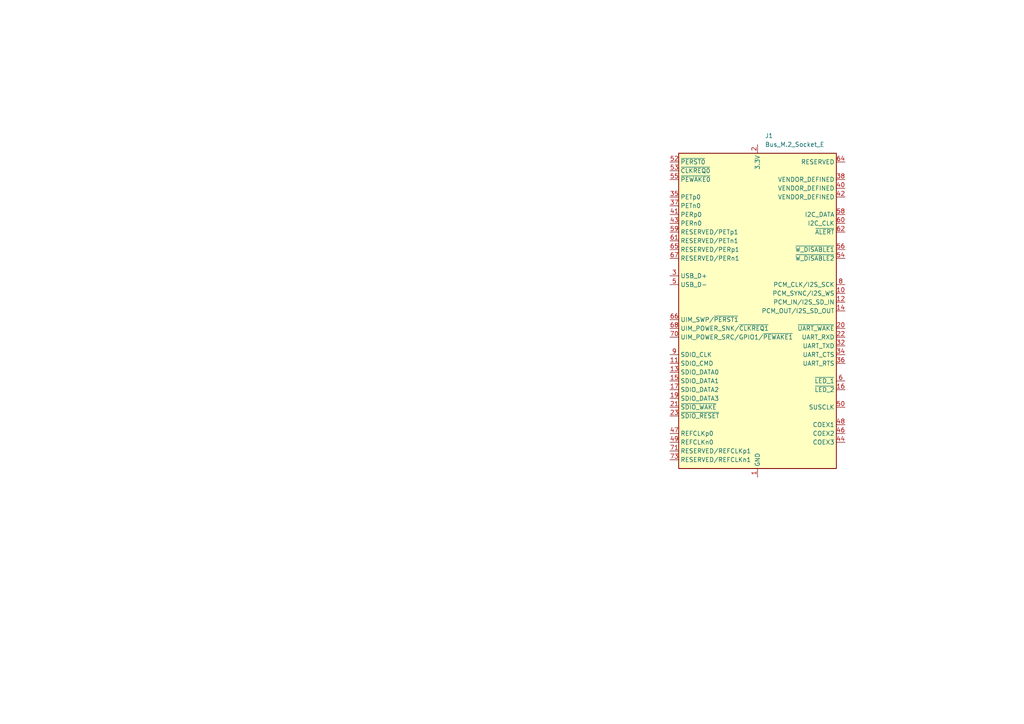
<source format=kicad_sch>
(kicad_sch (version 20250114) (generator "eeschema") (generator_version "9.0")
  (paper "A4")
  (lib_symbols
    (symbol "Connector:Bus_M.2_Socket_E"
      (property "Reference" "J" (at -22.86 46.99 0))
      (property "Value" "Bus_M.2_Socket_E" (at 16.51 46.99 0))
      (symbol "Bus_M.2_Socket_E_0_1"
        (rectangle (start -22.86 45.72) (end 22.86 -45.72) (stroke (width 0.254)) (fill (type background)))
      )
      (symbol "Bus_M.2_Socket_E_1_1"
        (pin output line (at -25.4 43.18 0) (length 2.54) (name "~{PERST0}") (number "52"))
        (pin bidirectional line (at -25.4 40.64 0) (length 2.54) (name "~{CLKREQ0}") (number "53"))
        (pin bidirectional line (at -25.4 38.1 0) (length 2.54) (name "~{PEWAKE0}") (number "55"))
        (pin output line (at -25.4 33.02 0) (length 2.54) (name "PETp0") (number "35"))
        (pin output line (at -25.4 30.48 0) (length 2.54) (name "PETn0") (number "37"))
        (pin input line (at -25.4 27.94 0) (length 2.54) (name "PERp0") (number "41"))
        (pin input line (at -25.4 25.4 0) (length 2.54) (name "PERn0") (number "43"))
        (pin output line (at -25.4 22.86 0) (length 2.54) (name "RESERVED/PETp1") (number "59"))
        (pin output line (at -25.4 20.32 0) (length 2.54) (name "RESERVED/PETn1") (number "61"))
        (pin input line (at -25.4 17.78 0) (length 2.54) (name "RESERVED/PERp1") (number "65"))
        (pin input line (at -25.4 15.24 0) (length 2.54) (name "RESERVED/PERn1") (number "67"))
        (pin bidirectional line (at -25.4 10.16 0) (length 2.54) (name "USB_D+") (number "3"))
        (pin bidirectional line (at -25.4 7.62 0) (length 2.54) (name "USB_D-") (number "5"))
        (pin output line (at -25.4 -2.54 0) (length 2.54) (name "UIM_SWP/~{PERST1}") (number "66"))
        (pin bidirectional line (at -25.4 -5.08 0) (length 2.54) (name "UIM_POWER_SNK/~{CLKREQ1}") (number "68"))
        (pin bidirectional line (at -25.4 -7.62 0) (length 2.54) (name "UIM_POWER_SRC/GPIO1/~{PEWAKE1}") (number "70"))
        (pin output line (at -25.4 -12.7 0) (length 2.54) (name "SDIO_CLK") (number "9"))
        (pin bidirectional line (at -25.4 -15.24 0) (length 2.54) (name "SDIO_CMD") (number "11"))
        (pin bidirectional line (at -25.4 -17.78 0) (length 2.54) (name "SDIO_DATA0") (number "13"))
        (pin bidirectional line (at -25.4 -20.32 0) (length 2.54) (name "SDIO_DATA1") (number "15"))
        (pin bidirectional line (at -25.4 -22.86 0) (length 2.54) (name "SDIO_DATA2") (number "17"))
        (pin bidirectional line (at -25.4 -25.4 0) (length 2.54) (name "SDIO_DATA3") (number "19"))
        (pin input line (at -25.4 -27.94 0) (length 2.54) (name "~{SDIO_WAKE}") (number "21"))
        (pin output line (at -25.4 -30.48 0) (length 2.54) (name "~{SDIO_RESET}") (number "23"))
        (pin output line (at -25.4 -35.56 0) (length 2.54) (name "REFCLKp0") (number "47"))
        (pin output line (at -25.4 -38.1 0) (length 2.54) (name "REFCLKn0") (number "49"))
        (pin output line (at -25.4 -40.64 0) (length 2.54) (name "RESERVED/REFCLKp1") (number "71"))
        (pin output line (at -25.4 -43.18 0) (length 2.54) (name "RESERVED/REFCLKn1") (number "73"))
        (pin power_in line (at 0 48.26 270) (length 2.54) (name "3.3V") (number "2"))
        (pin passive line (at 0 48.26 270) (length 2.54) (hide yes) (name "3.3V") (number "4"))
        (pin passive line (at 0 48.26 270) (length 2.54) (hide yes) (name "3.3V") (number "72"))
        (pin passive line (at 0 48.26 270) (length 2.54) (hide yes) (name "3.3V") (number "74"))
        (pin power_in line (at 0 -48.26 90) (length 2.54) (name "GND") (number "1"))
        (pin passive line (at 0 -48.26 90) (length 2.54) (hide yes) (name "GND") (number "18"))
        (pin passive line (at 0 -48.26 90) (length 2.54) (hide yes) (name "GND") (number "33"))
        (pin passive line (at 0 -48.26 90) (length 2.54) (hide yes) (name "GND") (number "39"))
        (pin passive line (at 0 -48.26 90) (length 2.54) (hide yes) (name "GND") (number "45"))
        (pin passive line (at 0 -48.26 90) (length 2.54) (hide yes) (name "GND") (number "51"))
        (pin passive line (at 0 -48.26 90) (length 2.54) (hide yes) (name "GND") (number "57"))
        (pin passive line (at 0 -48.26 90) (length 2.54) (hide yes) (name "GND") (number "63"))
        (pin passive line (at 0 -48.26 90) (length 2.54) (hide yes) (name "GND") (number "69"))
        (pin passive line (at 0 -48.26 90) (length 2.54) (hide yes) (name "GND") (number "7"))
        (pin passive line (at 0 -48.26 90) (length 2.54) (hide yes) (name "GND") (number "75"))
        (pin passive line (at 25.4 43.18 180) (length 2.54) (name "RESERVED") (number "64"))
        (pin passive line (at 25.4 38.1 180) (length 2.54) (name "VENDOR_DEFINED") (number "38"))
        (pin passive line (at 25.4 35.56 180) (length 2.54) (name "VENDOR_DEFINED") (number "40"))
        (pin passive line (at 25.4 33.02 180) (length 2.54) (name "VENDOR_DEFINED") (number "42"))
        (pin bidirectional line (at 25.4 27.94 180) (length 2.54) (name "I2C_DATA") (number "58"))
        (pin output line (at 25.4 25.4 180) (length 2.54) (name "I2C_CLK") (number "60"))
        (pin input line (at 25.4 22.86 180) (length 2.54) (name "~{ALERT}") (number "62"))
        (pin output line (at 25.4 17.78 180) (length 2.54) (name "~{W_DISABLE1}") (number "56"))
        (pin output line (at 25.4 15.24 180) (length 2.54) (name "~{W_DISABLE2}") (number "54"))
        (pin bidirectional line (at 25.4 7.62 180) (length 2.54) (name "PCM_CLK/I2S_SCK") (number "8"))
        (pin bidirectional line (at 25.4 5.08 180) (length 2.54) (name "PCM_SYNC/I2S_WS") (number "10"))
        (pin input line (at 25.4 2.54 180) (length 2.54) (name "PCM_IN/I2S_SD_IN") (number "12"))
        (pin output line (at 25.4 0 180) (length 2.54) (name "PCM_OUT/I2S_SD_OUT") (number "14"))
        (pin input line (at 25.4 -5.08 180) (length 2.54) (name "~{UART_WAKE}") (number "20"))
        (pin input line (at 25.4 -7.62 180) (length 2.54) (name "UART_RXD") (number "22"))
        (pin output line (at 25.4 -10.16 180) (length 2.54) (name "UART_TXD") (number "32"))
        (pin input line (at 25.4 -12.7 180) (length 2.54) (name "UART_CTS") (number "34"))
        (pin output line (at 25.4 -15.24 180) (length 2.54) (name "UART_RTS") (number "36"))
        (pin open_collector line (at 25.4 -20.32 180) (length 2.54) (name "~{LED_1}") (number "6"))
        (pin open_collector line (at 25.4 -22.86 180) (length 2.54) (name "~{LED_2}") (number "16"))
        (pin output line (at 25.4 -27.94 180) (length 2.54) (name "SUSCLK") (number "50"))
        (pin bidirectional line (at 25.4 -33.02 180) (length 2.54) (name "COEX1") (number "48"))
        (pin bidirectional line (at 25.4 -35.56 180) (length 2.54) (name "COEX2") (number "46"))
        (pin bidirectional line (at 25.4 -38.1 180) (length 2.54) (name "COEX3") (number "44"))
      )
    )
  )
  (symbol (lib_id "Connector:Bus_M.2_Socket_E") (at 219.71 90.17 0) (unit 1)
    (property "Reference" "J1" (at 221.8533 39.37 0) (effects (justify left)))
    (property "Value" "Bus_M.2_Socket_E" (at 221.8533 41.91 0) (effects (justify left)))
    (property "Datasheet" "https://web.archive.org/web/20200613074028/http://read.pudn.com/downloads794/doc/project/3133918/PCIe_M.2_Electromechanical_Spec_Rev1.0_Final_11012013_RS_Clean.pdf#page=150" (effects (hide yes)))
    (property "Description" "M.2 Socket 1-SD Mechanical Key E" (effects (hide yes)))
  )
)
</source>
